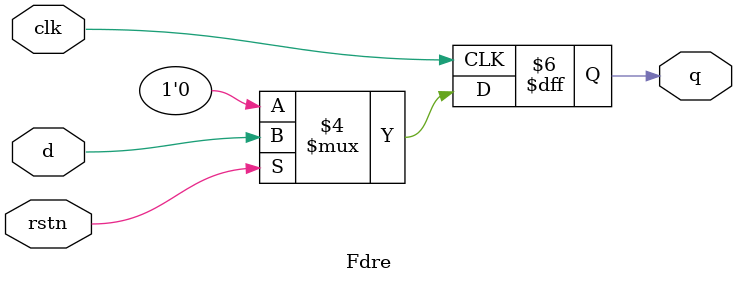
<source format=sv>

`default_nettype none

module Fdre # (
  parameter int W = 1
)(
  input var         clk,
  input var         rstn,
  input var         d,
  output var logic  q
);

always_ff @(posedge clk) begin
  if (!rstn) begin
    q <= 0;
  end else begin
    q <= d;
  end
end

endmodule

</source>
